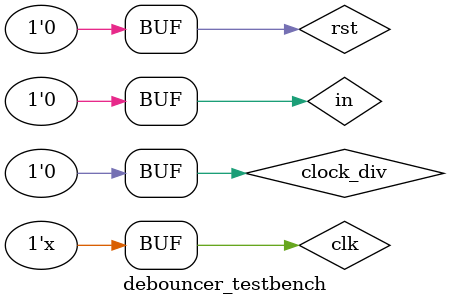
<source format=v>
`timescale 1ns / 1ps


module debouncer_testbench;

	// Inputs
	reg clk;
	reg clock_div;
	reg in;
	reg rst;

	// Outputs
	wire out;
	wire clock_div_to_deb;

	// Instantiate the Unit Under Test (UUT)
	clock_divider clk_divider(
			.clk(clk),
			.rst(rst),
			.clk_div(clock_div_to_deb)
	);
	
	debouncer uut (
		.clk(clk), 
		.clock_div(clock_div_to_deb), 
		.in(in), 
		.out(out)
	);

	always begin
		clk = ~clk;
		#10;
	end

	initial begin
		// Initialize Inputs
		clk = 0;
		clock_div = 0;
		in = 0;
		rst = 0;

		// Wait 100 ns for global reset to finish
		#100;
        
		rst = 1;
		#100;
		rst = 0;
		#100;
		in = 1;
		#3000;
		in = 0;
		#100
		in = 1;
		#300;
		in = 0;

	end
      
endmodule


</source>
